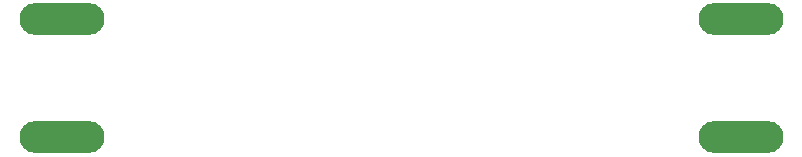
<source format=gbs>
G04 Layer: BottomSolderMaskLayer*
G04 EasyEDA v6.5.20, 2023-08-22 18:50:07*
G04 a67cddfb3fce44daa9051d46cbbcc19f,10*
G04 Gerber Generator version 0.2*
G04 Scale: 100 percent, Rotated: No, Reflected: No *
G04 Dimensions in millimeters *
G04 leading zeros omitted , absolute positions ,4 integer and 5 decimal *
%FSLAX45Y45*%
%MOMM*%

%ADD10O,7.2031860000000005X2.703195*%

%LPD*%
D10*
G01*
X499998Y999997D03*
G01*
X499998Y1999995D03*
G01*
X6249987Y1999995D03*
G01*
X6249987Y999997D03*
M02*

</source>
